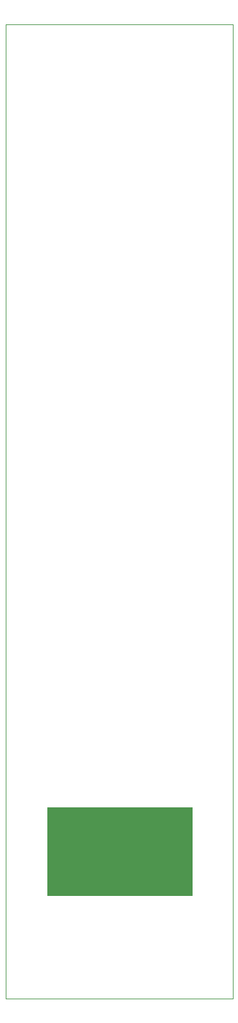
<source format=gbr>
%TF.GenerationSoftware,KiCad,Pcbnew,(6.0.10)*%
%TF.CreationDate,2023-01-27T16:58:14-08:00*%
%TF.ProjectId,Panel,50616e65-6c2e-46b6-9963-61645f706362,rev?*%
%TF.SameCoordinates,Original*%
%TF.FileFunction,Profile,NP*%
%FSLAX46Y46*%
G04 Gerber Fmt 4.6, Leading zero omitted, Abs format (unit mm)*
G04 Created by KiCad (PCBNEW (6.0.10)) date 2023-01-27 16:58:14*
%MOMM*%
%LPD*%
G01*
G04 APERTURE LIST*
%TA.AperFunction,Profile*%
%ADD10C,0.050000*%
%TD*%
G04 APERTURE END LIST*
D10*
X50372000Y-149392000D02*
X69472000Y-149392000D01*
X69472000Y-149392000D02*
X69472000Y-137792000D01*
X69472000Y-137792000D02*
X50372000Y-137792000D01*
X50372000Y-137792000D02*
X50372000Y-149392000D01*
G36*
X50372000Y-149392000D02*
G01*
X69472000Y-149392000D01*
X69472000Y-137792000D01*
X50372000Y-137792000D01*
X50372000Y-149392000D01*
G37*
X44872000Y-34492000D02*
X74872000Y-34492000D01*
X74872000Y-34492000D02*
X74872000Y-162992000D01*
X74872000Y-162992000D02*
X44872000Y-162992000D01*
X44872000Y-162992000D02*
X44872000Y-34492000D01*
M02*

</source>
